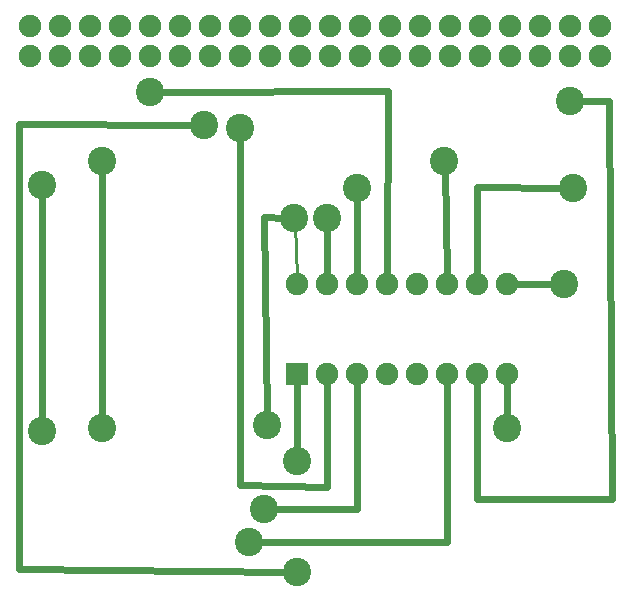
<source format=gbl>
G04 MADE WITH FRITZING*
G04 WWW.FRITZING.ORG*
G04 DOUBLE SIDED*
G04 HOLES PLATED*
G04 CONTOUR ON CENTER OF CONTOUR VECTOR*
%ASAXBY*%
%FSLAX23Y23*%
%MOIN*%
%OFA0B0*%
%SFA1.0B1.0*%
%ADD10C,0.075000*%
%ADD11C,0.094488*%
%ADD12C,0.075361*%
%ADD13R,0.075000X0.075000*%
%ADD14C,0.024000*%
%ADD15C,0.011111*%
%LNCOPPER0*%
G90*
G70*
G54D10*
X989Y984D03*
X989Y1284D03*
X1089Y984D03*
X1089Y1284D03*
X1189Y984D03*
X1189Y1284D03*
X1289Y984D03*
X1289Y1284D03*
X1389Y984D03*
X1389Y1284D03*
X1489Y984D03*
X1489Y1284D03*
X1589Y984D03*
X1589Y1284D03*
X1689Y984D03*
X1689Y1284D03*
G54D11*
X980Y1505D03*
X500Y1925D03*
X1910Y1605D03*
X990Y325D03*
X1900Y1895D03*
X800Y1805D03*
X1190Y1605D03*
X140Y1615D03*
X140Y795D03*
X1480Y1695D03*
X340Y1695D03*
X340Y805D03*
X880Y535D03*
X830Y425D03*
G54D12*
X100Y2045D03*
X200Y2045D03*
X300Y2045D03*
X400Y2045D03*
X500Y2045D03*
X600Y2045D03*
X700Y2045D03*
X800Y2045D03*
X900Y2045D03*
X1000Y2045D03*
X1100Y2045D03*
X1200Y2045D03*
X1300Y2045D03*
X1400Y2045D03*
X1500Y2045D03*
X1600Y2045D03*
X1700Y2045D03*
X1800Y2045D03*
X1900Y2045D03*
X2000Y2045D03*
X2000Y2145D03*
X1900Y2145D03*
X1800Y2145D03*
X1700Y2145D03*
X1600Y2145D03*
X1500Y2145D03*
X1400Y2145D03*
X1300Y2145D03*
X1200Y2145D03*
X1100Y2145D03*
X1000Y2145D03*
X900Y2145D03*
X800Y2145D03*
X700Y2145D03*
X600Y2145D03*
X500Y2145D03*
X400Y2145D03*
X300Y2145D03*
X200Y2145D03*
X100Y2145D03*
G54D11*
X1090Y1505D03*
X1690Y805D03*
X890Y815D03*
X990Y695D03*
X680Y1815D03*
X1880Y1285D03*
G54D13*
X989Y984D03*
G54D14*
X140Y822D02*
X140Y1588D01*
D02*
X340Y1668D02*
X340Y832D01*
G54D15*
D02*
X988Y1308D02*
X981Y1484D01*
G54D14*
D02*
X527Y1925D02*
X1292Y1926D01*
D02*
X1292Y1926D02*
X1290Y1313D01*
D02*
X1588Y1608D02*
X1589Y1313D01*
D02*
X1883Y1605D02*
X1588Y1608D01*
D02*
X1090Y1478D02*
X1090Y1313D01*
D02*
X1481Y1668D02*
X1489Y1313D01*
D02*
X1190Y1578D02*
X1189Y1313D01*
D02*
X1690Y832D02*
X1690Y956D01*
D02*
X880Y1506D02*
X890Y842D01*
D02*
X953Y1505D02*
X880Y1506D01*
D02*
X2028Y1895D02*
X2039Y567D01*
D02*
X2039Y567D02*
X1589Y567D01*
D02*
X1927Y1895D02*
X2028Y1895D01*
D02*
X1589Y567D02*
X1589Y956D01*
D02*
X1489Y423D02*
X1489Y956D01*
D02*
X857Y425D02*
X1489Y423D01*
D02*
X1189Y534D02*
X1189Y956D01*
D02*
X907Y535D02*
X1189Y534D01*
D02*
X800Y1778D02*
X800Y613D01*
D02*
X800Y613D02*
X1089Y606D01*
D02*
X1089Y606D02*
X1089Y956D01*
D02*
X990Y722D02*
X989Y956D01*
D02*
X61Y1817D02*
X653Y1815D01*
D02*
X61Y334D02*
X61Y1817D01*
D02*
X963Y325D02*
X61Y334D01*
D02*
X1853Y1285D02*
X1718Y1285D01*
G04 End of Copper0*
M02*
</source>
